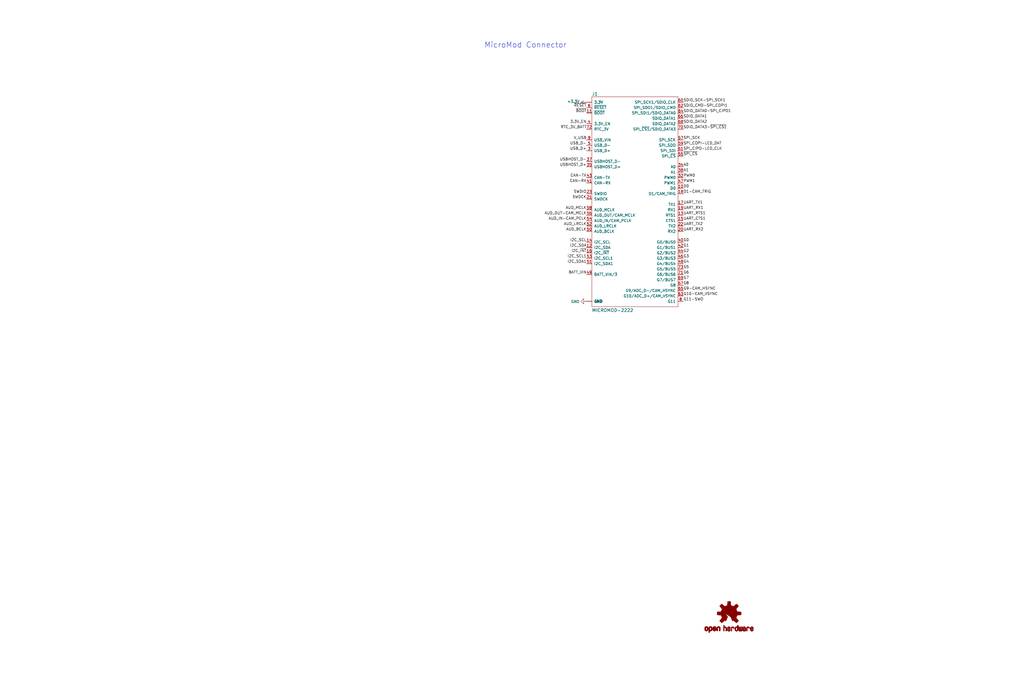
<source format=kicad_sch>
(kicad_sch (version 20211123) (generator eeschema)
  (paper "User" 483.387 319.227)
  (lib_symbols
    (symbol "MicroMod_Processor_Board_(2):MICROMOD-2222" (pin_names (offset 1.016))
      (property "Reference" "J" (at -20.32 53.848 0))
      (property "Value" "MICROMOD-2222" (at -20.32 -48.26 0))
      (symbol "MICROMOD-2222_1_0"
        (pin bidirectional line (at -22.86 -43.18 0) (length 2.54) (name "GND") (number "1"))
        (pin bidirectional line (at 22.86 10.16 180) (length 2.54) (name "D0") (number "10"))
        (pin bidirectional line (at -22.86 45.72 0) (length 2.54) (name "~{BOOT}") (number "11"))
        (pin bidirectional line (at -22.86 -17.78 0) (length 2.54) (name "I2C_SDA") (number "12"))
        (pin bidirectional line (at 22.86 -2.54 180) (length 2.54) (name "RTS1") (number "13"))
        (pin bidirectional line (at -22.86 -15.24 0) (length 2.54) (name "I2C_SCL") (number "14"))
        (pin bidirectional line (at 22.86 -5.08 180) (length 2.54) (name "CTS1") (number "15"))
        (pin bidirectional line (at -22.86 -20.32 0) (length 2.54) (name "I2C_~{INT}") (number "16"))
        (pin bidirectional line (at 22.86 2.54 180) (length 2.54) (name "TX1") (number "17"))
        (pin bidirectional line (at 22.86 7.62 180) (length 2.54) (name "D1/CAM_TRIG") (number "18"))
        (pin bidirectional line (at 22.86 0 180) (length 2.54) (name "RX1") (number "19"))
        (pin bidirectional line (at -22.86 50.8 0) (length 2.54) (name "3.3V") (number "2"))
        (pin bidirectional line (at 22.86 -10.16 180) (length 2.54) (name "RX2") (number "20"))
        (pin bidirectional line (at -22.86 5.08 0) (length 2.54) (name "SWDCK") (number "21"))
        (pin bidirectional line (at 22.86 -7.62 180) (length 2.54) (name "TX2") (number "22"))
        (pin bidirectional line (at -22.86 7.62 0) (length 2.54) (name "SWDIO") (number "23"))
        (pin bidirectional line (at -22.86 27.94 0) (length 2.54) (name "USB_D+") (number "3"))
        (pin bidirectional line (at 22.86 15.24 180) (length 2.54) (name "PWM0") (number "32"))
        (pin bidirectional line (at -22.86 -43.18 0) (length 2.54) (name "GND") (number "33"))
        (pin bidirectional line (at 22.86 20.32 180) (length 2.54) (name "A0") (number "34"))
        (pin bidirectional line (at -22.86 20.32 0) (length 2.54) (name "USBHOST_D+") (number "35"))
        (pin bidirectional line (at -22.86 -43.18 0) (length 2.54) (name "GND") (number "36"))
        (pin bidirectional line (at -22.86 22.86 0) (length 2.54) (name "USBHOST_D-") (number "37"))
        (pin bidirectional line (at 22.86 17.78 180) (length 2.54) (name "A1") (number "38"))
        (pin bidirectional line (at -22.86 -43.18 0) (length 2.54) (name "GND") (number "39"))
        (pin bidirectional line (at -22.86 40.64 0) (length 2.54) (name "3.3V_EN") (number "4"))
        (pin bidirectional line (at 22.86 -15.24 180) (length 2.54) (name "G0/BUS0") (number "40"))
        (pin bidirectional line (at -22.86 12.7 0) (length 2.54) (name "CAN-RX") (number "41"))
        (pin bidirectional line (at 22.86 -17.78 180) (length 2.54) (name "G1/BUS1") (number "42"))
        (pin bidirectional line (at -22.86 15.24 0) (length 2.54) (name "CAN-TX") (number "43"))
        (pin bidirectional line (at 22.86 -20.32 180) (length 2.54) (name "G2/BUS2") (number "44"))
        (pin bidirectional line (at -22.86 -43.18 0) (length 2.54) (name "GND") (number "45"))
        (pin bidirectional line (at 22.86 -22.86 180) (length 2.54) (name "G3/BUS3") (number "46"))
        (pin bidirectional line (at 22.86 12.7 180) (length 2.54) (name "PWM1") (number "47"))
        (pin bidirectional line (at 22.86 -25.4 180) (length 2.54) (name "G4/BUS4") (number "48"))
        (pin bidirectional line (at -22.86 -30.48 0) (length 2.54) (name "BATT_VIN/3") (number "49"))
        (pin bidirectional line (at -22.86 30.48 0) (length 2.54) (name "USB_D-") (number "5"))
        (pin bidirectional line (at -22.86 -10.16 0) (length 2.54) (name "AUD_BCLK") (number "50"))
        (pin bidirectional line (at -22.86 -25.4 0) (length 2.54) (name "I2C_SDA1") (number "51"))
        (pin bidirectional line (at -22.86 -7.62 0) (length 2.54) (name "AUD_LRCLK") (number "52"))
        (pin bidirectional line (at -22.86 -22.86 0) (length 2.54) (name "I2C_SCL1") (number "53"))
        (pin bidirectional line (at -22.86 -5.08 0) (length 2.54) (name "AUD_IN/CAM_PCLK") (number "54"))
        (pin bidirectional line (at 22.86 25.4 180) (length 2.54) (name "SPI_~{CS}") (number "55"))
        (pin bidirectional line (at -22.86 -2.54 0) (length 2.54) (name "AUD_OUT/CAM_MCLK") (number "56"))
        (pin bidirectional line (at 22.86 33.02 180) (length 2.54) (name "SPI_SCK") (number "57"))
        (pin bidirectional line (at -22.86 0 0) (length 2.54) (name "AUD_MCLK") (number "58"))
        (pin bidirectional line (at 22.86 30.48 180) (length 2.54) (name "SPI_SDO") (number "59"))
        (pin bidirectional line (at -22.86 48.26 0) (length 2.54) (name "~{RESET}") (number "6"))
        (pin bidirectional line (at 22.86 50.8 180) (length 2.54) (name "SPI_SCK1/SDIO_CLK") (number "60"))
        (pin bidirectional line (at 22.86 27.94 180) (length 2.54) (name "SPI_SDI") (number "61"))
        (pin bidirectional line (at 22.86 48.26 180) (length 2.54) (name "SPI_SDO1/SDIO_CMD") (number "62"))
        (pin bidirectional line (at 22.86 -40.64 180) (length 2.54) (name "G10/ADC_D+/CAM_VSYNC") (number "63"))
        (pin bidirectional line (at 22.86 45.72 180) (length 2.54) (name "SPI_SDI1/SDIO_DATA0") (number "64"))
        (pin bidirectional line (at 22.86 -38.1 180) (length 2.54) (name "G9/ADC_D-/CAM_HSYNC") (number "65"))
        (pin bidirectional line (at 22.86 43.18 180) (length 2.54) (name "SDIO_DATA1") (number "66"))
        (pin bidirectional line (at 22.86 -35.56 180) (length 2.54) (name "G8") (number "67"))
        (pin bidirectional line (at 22.86 40.64 180) (length 2.54) (name "SDIO_DATA2") (number "68"))
        (pin bidirectional line (at 22.86 -33.02 180) (length 2.54) (name "G7/BUS7") (number "69"))
        (pin bidirectional line (at -22.86 -43.18 0) (length 2.54) (name "GND") (number "7"))
        (pin bidirectional line (at 22.86 38.1 180) (length 2.54) (name "SPI_~{CS1}/SDIO_DATA3") (number "70"))
        (pin bidirectional line (at 22.86 -30.48 180) (length 2.54) (name "G6/BUS6") (number "71"))
        (pin bidirectional line (at -22.86 38.1 0) (length 2.54) (name "RTC_3V") (number "72"))
        (pin bidirectional line (at 22.86 -27.94 180) (length 2.54) (name "G5/BUS5") (number "73"))
        (pin bidirectional line (at -22.86 50.8 0) (length 2.54) (name "3.3V") (number "74"))
        (pin bidirectional line (at -22.86 -43.18 0) (length 2.54) (name "GND") (number "75"))
        (pin bidirectional line (at 22.86 -43.18 180) (length 2.54) (name "G11") (number "8"))
        (pin bidirectional line (at -22.86 33.02 0) (length 2.54) (name "USB_VIN") (number "9"))
        (pin bidirectional line (at -22.86 -43.18 0) (length 2.54) (name "GND") (number "GND1"))
        (pin bidirectional line (at -22.86 -43.18 0) (length 2.54) (name "GND") (number "GND2"))
        (pin bidirectional line (at -22.86 -43.18 0) (length 2.54) (name "GND") (number "GND3"))
      )
    )
    (symbol "MicroMod_Processor_Board_(2):OSHW-LOGOS" (pin_names (offset 1.016)))
    (symbol "power:+3.3V" (power) (pin_names (offset 0))
      (property "Value" "+3.3V" (at 0 3.556 0))
      (symbol "+3.3V_1_1"
        (pin power_in line (at 0 0 90) (length 0) hide (name "+3.3V") (number "1"))
      )
    )
    (symbol "power:GND" (power) (pin_names (offset 0))
      (property "Value" "GND" (at 0 -3.81 0))
      (symbol "GND_1_1"
        (pin power_in line (at 0 0 270) (length 0) hide (name "GND") (number "1"))
      )
    )
  )
  (text "MicroMod Connector" (at 228.6 22.86 0) (effects (font (size 2.54 2.54)) (justify left bottom)))
  (label "G7" (at 322.58 132.08 0))
  (label "SWDCK" (at 276.86 93.98 180))
  (label "BATT_VIN" (at 276.86 129.54 180))
  (label "V_USB" (at 276.86 66.04 180))
  (label "3.3V_EN" (at 276.86 58.42 180))
  (label "SPI_COPI-LED_DAT" (at 322.58 68.58 0))
  (label "UART_CTS1" (at 322.58 104.14 0))
  (label "UART_RX2" (at 322.58 109.22 0))
  (label "I2C_SCL" (at 276.86 114.3 180))
  (label "USBHOST_D-" (at 276.86 76.2 180))
  (label "AUD_OUT-CAM_MCLK" (at 276.86 101.6 180))
  (label "USBHOST_D+" (at 276.86 78.74 180))
  (label "G6" (at 322.58 129.54 0))
  (label "~{SPI_CS}" (at 322.58 73.66 0))
  (label "~{BOOT}" (at 276.86 53.34 180))
  (label "G1" (at 322.58 116.84 0))
  (label "CAN-RX" (at 276.86 86.36 180))
  (label "SWDIO" (at 276.86 91.44 180))
  (label "CAN-TX" (at 276.86 83.82 180))
  (label "G0" (at 322.58 114.3 0))
  (label "G8" (at 322.58 134.62 0))
  (label "PWM0" (at 322.58 83.82 0))
  (label "UART_RTS1" (at 322.58 101.6 0))
  (label "SDIO_DATA2" (at 322.58 58.42 0))
  (label "SDIO_DATA1" (at 322.58 55.88 0))
  (label "A1" (at 322.58 81.28 0))
  (label "USB_D-" (at 276.86 68.58 180))
  (label "SDIO_SCK-SPI_SCK1" (at 322.58 48.26 0))
  (label "~{RESET}" (at 276.86 50.8 180))
  (label "SPI_SCK" (at 322.58 66.04 0))
  (label "AUD_BCLK" (at 276.86 109.22 180))
  (label "SDIO_DATA0-SPI_CIPO1" (at 322.58 53.34 0))
  (label "AUD_IN-CAM_PCLK" (at 276.86 104.14 180))
  (label "SDIO_DATA3-~{SPI_CS1}" (at 322.58 60.96 0))
  (label "G4" (at 322.58 124.46 0))
  (label "I2C_SCL1" (at 276.86 121.92 180))
  (label "PWM1" (at 322.58 86.36 0))
  (label "SDIO_CMD-SPI_COPI1" (at 322.58 50.8 0))
  (label "UART_TX1" (at 322.58 96.52 0))
  (label "G3" (at 322.58 121.92 0))
  (label "AUD_LRCLK" (at 276.86 106.68 180))
  (label "I2C_~{INT}" (at 276.86 119.38 180))
  (label "D0" (at 322.58 88.9 0))
  (label "D1-CAM_TRIG" (at 322.58 91.44 0))
  (label "AUD_MCLK" (at 276.86 99.06 180))
  (label "A0" (at 322.58 78.74 0))
  (label "G5" (at 322.58 127 0))
  (label "G11-SWO" (at 322.58 142.24 0))
  (label "USB_D+" (at 276.86 71.12 180))
  (label "UART_RX1" (at 322.58 99.06 0))
  (label "RTC_3V_BATT" (at 276.86 60.96 180))
  (label "I2C_SDA1" (at 276.86 124.46 180))
  (label "G9-CAM_HSYNC" (at 322.58 137.16 0))
  (label "UART_TX2" (at 322.58 106.68 0))
  (label "SPI_CIPO-LED_CLK" (at 322.58 71.12 0))
  (label "G10-CAM_VSYNC" (at 322.58 139.7 0))
  (label "G2" (at 322.58 119.38 0))
  (label "I2C_SDA" (at 276.86 116.84 180))
  (symbol (lib_id "MicroMod_Processor_Board_(2):OSHW-LOGOS") (at 344.17 289.56 0) (unit 1)
    (property "Reference" "LOGO3" (effects hide))
    (property "Value" "OSHW-LOGOS" (effects hide))
    (property "Footprint" "SparkFun_MicroMod_ESP32:OSHW-LOGO-S" (effects hide))
  )
  (symbol (lib_id "MicroMod_Processor_Board_(2):MICROMOD-2222") (at 299.72 99.06 0) (unit 1)
    (property "Reference" "J1" (at 279.4 45.212 0) (effects (font (size 1.4986 1.4986)) (justify left bottom)))
    (property "Value" "MICROMOD-2222" (at 279.4 147.32 0) (effects (font (size 1.4986 1.4986)) (justify left bottom)))
    (property "Footprint" "SparkFun_MicroMod_ESP32:M.2-CARD-E-22" (effects hide))
  )
  (symbol (lib_id "power:+3.3V") (at 276.86 48.26 90) (unit 1)
    (property "Reference" "#PWR?" (effects hide))
    (property "Value" "+3.3V" (at 273.6088 47.879 90) (effects (justify left)))
  )
  (symbol (lib_id "power:GND") (at 276.86 142.24 270) (unit 1)
    (property "Reference" "#PWR?" (effects hide))
    (property "Value" "GND" (at 273.6088 142.367 90) (effects (justify right)))
  )
)
</source>
